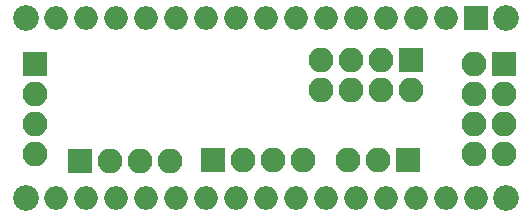
<source format=gbr>
G04 #@! TF.GenerationSoftware,KiCad,Pcbnew,(5.0.0)*
G04 #@! TF.CreationDate,2019-04-18T12:31:28+02:00*
G04 #@! TF.ProjectId,WateringSystem,5761746572696E6753797374656D2E6B,rev?*
G04 #@! TF.SameCoordinates,Original*
G04 #@! TF.FileFunction,Soldermask,Bot*
G04 #@! TF.FilePolarity,Negative*
%FSLAX46Y46*%
G04 Gerber Fmt 4.6, Leading zero omitted, Abs format (unit mm)*
G04 Created by KiCad (PCBNEW (5.0.0)) date 04/18/19 12:31:28*
%MOMM*%
%LPD*%
G01*
G04 APERTURE LIST*
%ADD10R,2.000000X2.000000*%
%ADD11O,2.000000X2.000000*%
%ADD12C,2.180000*%
%ADD13O,2.100000X2.100000*%
%ADD14R,2.100000X2.100000*%
G04 APERTURE END LIST*
D10*
G04 #@! TO.C,A1*
X103174800Y-76758800D03*
D11*
X70154800Y-91998800D03*
X100634800Y-76758800D03*
X72694800Y-91998800D03*
X98094800Y-76758800D03*
X75234800Y-91998800D03*
X95554800Y-76758800D03*
X77774800Y-91998800D03*
X93014800Y-76758800D03*
X80314800Y-91998800D03*
X90474800Y-76758800D03*
X82854800Y-91998800D03*
X87934800Y-76758800D03*
X85394800Y-91998800D03*
X85394800Y-76758800D03*
X87934800Y-91998800D03*
X82854800Y-76758800D03*
X90474800Y-91998800D03*
X80314800Y-76758800D03*
X93014800Y-91998800D03*
X77774800Y-76758800D03*
X95554800Y-91998800D03*
X75234800Y-76758800D03*
X98094800Y-91998800D03*
X72694800Y-76758800D03*
X100634800Y-91998800D03*
X70154800Y-76758800D03*
X103174800Y-91998800D03*
X67614800Y-76758800D03*
X67614800Y-91998800D03*
D12*
X105714800Y-76758800D03*
X105714800Y-91998800D03*
X65074800Y-91998800D03*
X65074800Y-76758800D03*
G04 #@! TD*
D13*
G04 #@! TO.C,J1*
X65913000Y-88239600D03*
X65913000Y-85699600D03*
X65913000Y-83159600D03*
D14*
X65913000Y-80619600D03*
G04 #@! TD*
D13*
G04 #@! TO.C,J2*
X90093800Y-82854800D03*
X90093800Y-80314800D03*
X92633800Y-82854800D03*
X92633800Y-80314800D03*
X95173800Y-82854800D03*
X95173800Y-80314800D03*
X97713800Y-82854800D03*
D14*
X97713800Y-80314800D03*
G04 #@! TD*
G04 #@! TO.C,J4*
X69723000Y-88849200D03*
D13*
X72263000Y-88849200D03*
X74803000Y-88849200D03*
X77343000Y-88849200D03*
G04 #@! TD*
D14*
G04 #@! TO.C,U1*
X105562400Y-80670400D03*
D13*
X103022400Y-80670400D03*
X105562400Y-83210400D03*
X103022400Y-83210400D03*
X105562400Y-85750400D03*
X103022400Y-85750400D03*
X105562400Y-88290400D03*
X103022400Y-88290400D03*
G04 #@! TD*
D14*
G04 #@! TO.C,U2*
X80975200Y-88823800D03*
D13*
X83515200Y-88823800D03*
X86055200Y-88823800D03*
X88595200Y-88823800D03*
G04 #@! TD*
D14*
G04 #@! TO.C,J3*
X97434400Y-88823800D03*
D13*
X94894400Y-88823800D03*
X92354400Y-88823800D03*
G04 #@! TD*
M02*

</source>
